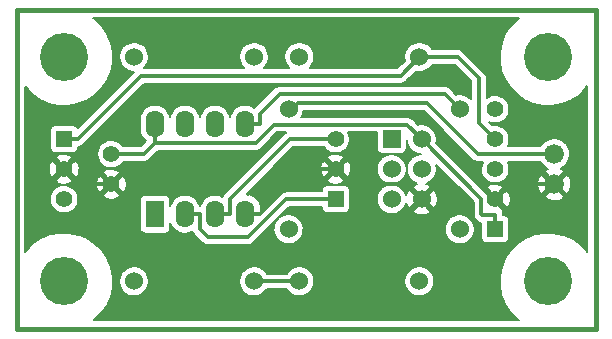
<source format=gtl>
G04 (created by PCBNEW-RS274X (2012-jan-04)-stable) date Sun 25 Mar 2012 06:39:35 PM CEST*
G01*
G70*
G90*
%MOIN*%
G04 Gerber Fmt 3.4, Leading zero omitted, Abs format*
%FSLAX34Y34*%
G04 APERTURE LIST*
%ADD10C,0.008000*%
%ADD11C,0.015000*%
%ADD12C,0.066000*%
%ADD13C,0.160000*%
%ADD14R,0.055000X0.055000*%
%ADD15C,0.055000*%
%ADD16R,0.060000X0.060000*%
%ADD17C,0.060000*%
%ADD18R,0.062000X0.090000*%
%ADD19O,0.062000X0.090000*%
%ADD20C,0.012000*%
G04 APERTURE END LIST*
G54D10*
G54D11*
X38976Y-12795D02*
X19684Y-12795D01*
X38976Y-23425D02*
X38976Y-12795D01*
X19684Y-23425D02*
X38976Y-23425D01*
X19684Y-12795D02*
X19684Y-23425D01*
G54D12*
X37598Y-17610D03*
X37598Y-18610D03*
G54D13*
X21259Y-14370D03*
G54D14*
X35630Y-20110D03*
G54D15*
X35630Y-19110D03*
X35630Y-18110D03*
X35630Y-17110D03*
X35630Y-16110D03*
G54D16*
X32177Y-17110D03*
G54D17*
X33177Y-17110D03*
X32177Y-18110D03*
X33177Y-18110D03*
X32177Y-19110D03*
X33177Y-19110D03*
G54D13*
X37401Y-21850D03*
X37401Y-14370D03*
X21259Y-21850D03*
G54D14*
X21260Y-17110D03*
G54D15*
X21260Y-18110D03*
X21260Y-19110D03*
G54D18*
X24287Y-19610D03*
G54D19*
X25287Y-19610D03*
X26287Y-19610D03*
X27287Y-19610D03*
X27287Y-16610D03*
X26287Y-16610D03*
X25287Y-16610D03*
X24287Y-16610D03*
G54D14*
X30315Y-19110D03*
G54D15*
X30315Y-18110D03*
X30315Y-17110D03*
G54D17*
X34449Y-20110D03*
X34449Y-16110D03*
X27590Y-14370D03*
X23590Y-14370D03*
X33102Y-21850D03*
X29102Y-21850D03*
X23591Y-21850D03*
X27591Y-21850D03*
X33102Y-14370D03*
X29102Y-14370D03*
G54D15*
X22835Y-17610D03*
X22835Y-18610D03*
G54D17*
X28740Y-16110D03*
X28740Y-20110D03*
G54D20*
X28740Y-16110D02*
X28867Y-16110D01*
X35046Y-17610D02*
X37598Y-17610D01*
X35046Y-17610D02*
X33349Y-15913D01*
X29064Y-15913D02*
X33349Y-15913D01*
X28867Y-16110D02*
X29064Y-15913D01*
X32476Y-14996D02*
X33102Y-14370D01*
X21260Y-17110D02*
X21718Y-17110D01*
X33102Y-14370D02*
X34385Y-14370D01*
X21718Y-17110D02*
X23832Y-14996D01*
X23832Y-14996D02*
X32476Y-14996D01*
X34385Y-14370D02*
X35089Y-15074D01*
X35089Y-16569D02*
X35630Y-17110D01*
X35089Y-15074D02*
X35089Y-16569D01*
X25287Y-19610D02*
X25780Y-19610D01*
X25780Y-19610D02*
X25780Y-20103D01*
X25780Y-20103D02*
X26062Y-20385D01*
X26062Y-20385D02*
X27382Y-20385D01*
X28657Y-19110D02*
X30315Y-19110D01*
X27382Y-20385D02*
X28657Y-19110D01*
X28787Y-17110D02*
X30315Y-17110D01*
X26780Y-19117D02*
X28787Y-17110D01*
X26780Y-19610D02*
X26780Y-19117D01*
X26287Y-19610D02*
X26780Y-19610D01*
X21760Y-18610D02*
X21260Y-18110D01*
X27287Y-19610D02*
X27780Y-19610D01*
X22835Y-18610D02*
X21760Y-18610D01*
X30315Y-18110D02*
X30815Y-18610D01*
X32677Y-18610D02*
X33177Y-19110D01*
X30815Y-18610D02*
X32677Y-18610D01*
X29280Y-18110D02*
X30315Y-18110D01*
X27780Y-19610D02*
X29280Y-18110D01*
X36130Y-18610D02*
X35630Y-19110D01*
X37598Y-18610D02*
X36130Y-18610D01*
X27591Y-21850D02*
X29102Y-21850D01*
X27780Y-16264D02*
X28443Y-15601D01*
X27780Y-16610D02*
X27780Y-16264D01*
X33940Y-15601D02*
X34449Y-16110D01*
X28443Y-15601D02*
X33940Y-15601D01*
X27287Y-16610D02*
X27780Y-16610D01*
X24287Y-17243D02*
X27647Y-17243D01*
X27647Y-17243D02*
X28264Y-16626D01*
X28264Y-16626D02*
X32693Y-16626D01*
X32693Y-16626D02*
X33177Y-17110D01*
X22835Y-17610D02*
X23920Y-17610D01*
X23920Y-17610D02*
X24287Y-17243D01*
X24287Y-16610D02*
X24287Y-17243D01*
X35630Y-20110D02*
X35630Y-19652D01*
X35630Y-19652D02*
X35206Y-19652D01*
X35206Y-19652D02*
X35172Y-19618D01*
X35172Y-19618D02*
X35172Y-19105D01*
X35172Y-19105D02*
X33177Y-17110D01*
G54D10*
G36*
X27347Y-19670D02*
X27227Y-19670D01*
X27227Y-19550D01*
X27347Y-19550D01*
X27347Y-19670D01*
X27347Y-19670D01*
G37*
X27347Y-19670D02*
X27227Y-19670D01*
X27227Y-19550D01*
X27347Y-19550D01*
X27347Y-19670D01*
G36*
X38701Y-20868D02*
X38667Y-20818D01*
X38443Y-20591D01*
X38178Y-20413D01*
X38166Y-20407D01*
X38166Y-18574D01*
X38148Y-18464D01*
X38127Y-18408D01*
X38127Y-17558D01*
X38107Y-17456D01*
X38067Y-17360D01*
X38010Y-17274D01*
X37937Y-17200D01*
X37851Y-17142D01*
X37755Y-17102D01*
X37653Y-17081D01*
X37550Y-17081D01*
X37448Y-17100D01*
X37352Y-17139D01*
X37265Y-17196D01*
X37191Y-17268D01*
X37134Y-17350D01*
X36041Y-17350D01*
X36045Y-17345D01*
X36083Y-17260D01*
X36104Y-17169D01*
X36105Y-17063D01*
X36087Y-16972D01*
X36051Y-16886D01*
X36000Y-16808D01*
X35934Y-16742D01*
X35857Y-16690D01*
X35771Y-16654D01*
X35679Y-16635D01*
X35586Y-16635D01*
X35532Y-16644D01*
X35428Y-16540D01*
X35483Y-16564D01*
X35574Y-16584D01*
X35667Y-16586D01*
X35759Y-16570D01*
X35846Y-16536D01*
X35924Y-16486D01*
X35992Y-16422D01*
X36045Y-16345D01*
X36083Y-16260D01*
X36104Y-16169D01*
X36105Y-16063D01*
X36087Y-15972D01*
X36051Y-15886D01*
X36000Y-15808D01*
X35934Y-15742D01*
X35857Y-15690D01*
X35771Y-15654D01*
X35679Y-15635D01*
X35586Y-15635D01*
X35495Y-15652D01*
X35408Y-15687D01*
X35349Y-15726D01*
X35349Y-15076D01*
X35349Y-15074D01*
X35348Y-15066D01*
X35345Y-15025D01*
X35344Y-15023D01*
X35330Y-14977D01*
X35329Y-14975D01*
X35306Y-14930D01*
X35279Y-14899D01*
X35275Y-14893D01*
X35273Y-14891D01*
X35272Y-14890D01*
X34571Y-14188D01*
X34570Y-14187D01*
X34569Y-14186D01*
X34562Y-14180D01*
X34532Y-14155D01*
X34487Y-14131D01*
X34486Y-14130D01*
X34485Y-14130D01*
X34437Y-14115D01*
X34402Y-14111D01*
X34389Y-14110D01*
X34386Y-14110D01*
X34385Y-14110D01*
X33529Y-14110D01*
X33491Y-14052D01*
X33422Y-13983D01*
X33341Y-13928D01*
X33251Y-13890D01*
X33155Y-13870D01*
X33056Y-13870D01*
X32960Y-13888D01*
X32869Y-13925D01*
X32787Y-13978D01*
X32717Y-14047D01*
X32662Y-14128D01*
X32623Y-14218D01*
X32603Y-14314D01*
X32601Y-14412D01*
X32615Y-14488D01*
X32368Y-14736D01*
X29442Y-14736D01*
X29482Y-14698D01*
X29539Y-14618D01*
X29579Y-14529D01*
X29600Y-14433D01*
X29602Y-14321D01*
X29583Y-14225D01*
X29546Y-14134D01*
X29491Y-14052D01*
X29422Y-13983D01*
X29341Y-13928D01*
X29251Y-13890D01*
X29155Y-13870D01*
X29056Y-13870D01*
X28960Y-13888D01*
X28869Y-13925D01*
X28787Y-13978D01*
X28717Y-14047D01*
X28662Y-14128D01*
X28623Y-14218D01*
X28603Y-14314D01*
X28601Y-14412D01*
X28619Y-14508D01*
X28655Y-14600D01*
X28708Y-14682D01*
X28759Y-14736D01*
X27930Y-14736D01*
X27970Y-14698D01*
X28027Y-14618D01*
X28067Y-14529D01*
X28088Y-14433D01*
X28090Y-14321D01*
X28071Y-14225D01*
X28034Y-14134D01*
X27979Y-14052D01*
X27910Y-13983D01*
X27829Y-13928D01*
X27739Y-13890D01*
X27643Y-13870D01*
X27544Y-13870D01*
X27448Y-13888D01*
X27357Y-13925D01*
X27275Y-13978D01*
X27205Y-14047D01*
X27150Y-14128D01*
X27111Y-14218D01*
X27091Y-14314D01*
X27089Y-14412D01*
X27107Y-14508D01*
X27143Y-14600D01*
X27196Y-14682D01*
X27247Y-14736D01*
X23930Y-14736D01*
X23970Y-14698D01*
X24027Y-14618D01*
X24067Y-14529D01*
X24088Y-14433D01*
X24090Y-14321D01*
X24071Y-14225D01*
X24034Y-14134D01*
X23979Y-14052D01*
X23910Y-13983D01*
X23829Y-13928D01*
X23739Y-13890D01*
X23643Y-13870D01*
X23544Y-13870D01*
X23448Y-13888D01*
X23357Y-13925D01*
X23275Y-13978D01*
X23205Y-14047D01*
X23150Y-14128D01*
X23111Y-14218D01*
X23091Y-14314D01*
X23089Y-14412D01*
X23107Y-14508D01*
X23143Y-14600D01*
X23196Y-14682D01*
X23264Y-14753D01*
X23345Y-14809D01*
X23435Y-14848D01*
X23530Y-14869D01*
X23590Y-14870D01*
X21713Y-16746D01*
X21711Y-16741D01*
X21690Y-16708D01*
X21662Y-16681D01*
X21630Y-16659D01*
X21594Y-16644D01*
X21555Y-16636D01*
X21516Y-16636D01*
X20965Y-16636D01*
X20927Y-16644D01*
X20891Y-16659D01*
X20858Y-16680D01*
X20831Y-16708D01*
X20809Y-16740D01*
X20794Y-16776D01*
X20786Y-16815D01*
X20786Y-16854D01*
X20786Y-17405D01*
X20794Y-17443D01*
X20809Y-17479D01*
X20830Y-17512D01*
X20858Y-17539D01*
X20890Y-17561D01*
X20926Y-17576D01*
X20965Y-17584D01*
X21004Y-17584D01*
X21555Y-17584D01*
X21593Y-17576D01*
X21629Y-17561D01*
X21662Y-17540D01*
X21689Y-17512D01*
X21711Y-17480D01*
X21726Y-17444D01*
X21734Y-17405D01*
X21734Y-17368D01*
X21766Y-17366D01*
X21769Y-17365D01*
X21815Y-17351D01*
X21816Y-17350D01*
X21817Y-17350D01*
X21859Y-17328D01*
X21862Y-17327D01*
X21880Y-17311D01*
X21899Y-17297D01*
X21901Y-17294D01*
X21902Y-17294D01*
X23939Y-15256D01*
X32473Y-15256D01*
X32476Y-15256D01*
X32488Y-15254D01*
X32524Y-15252D01*
X32527Y-15251D01*
X32573Y-15237D01*
X32574Y-15236D01*
X32575Y-15236D01*
X32617Y-15214D01*
X32620Y-15213D01*
X32638Y-15197D01*
X32657Y-15183D01*
X32659Y-15180D01*
X32660Y-15180D01*
X32983Y-14856D01*
X33042Y-14869D01*
X33141Y-14871D01*
X33237Y-14854D01*
X33328Y-14818D01*
X33411Y-14766D01*
X33482Y-14698D01*
X33530Y-14630D01*
X34277Y-14630D01*
X34829Y-15181D01*
X34829Y-15783D01*
X34769Y-15723D01*
X34688Y-15668D01*
X34598Y-15630D01*
X34502Y-15610D01*
X34403Y-15610D01*
X34330Y-15623D01*
X34126Y-15419D01*
X34125Y-15418D01*
X34124Y-15417D01*
X34117Y-15411D01*
X34087Y-15386D01*
X34042Y-15362D01*
X34041Y-15361D01*
X34040Y-15361D01*
X33992Y-15346D01*
X33957Y-15342D01*
X33944Y-15341D01*
X33941Y-15341D01*
X33940Y-15341D01*
X28445Y-15341D01*
X28443Y-15341D01*
X28435Y-15341D01*
X28394Y-15345D01*
X28346Y-15360D01*
X28344Y-15360D01*
X28344Y-15361D01*
X28299Y-15384D01*
X28268Y-15410D01*
X28262Y-15415D01*
X28260Y-15417D01*
X28259Y-15418D01*
X27606Y-16069D01*
X27530Y-16018D01*
X27438Y-15979D01*
X27340Y-15959D01*
X27241Y-15959D01*
X27143Y-15977D01*
X27050Y-16015D01*
X26967Y-16069D01*
X26896Y-16139D01*
X26840Y-16221D01*
X26800Y-16313D01*
X26787Y-16375D01*
X26776Y-16319D01*
X26738Y-16227D01*
X26682Y-16144D01*
X26612Y-16074D01*
X26530Y-16018D01*
X26438Y-15979D01*
X26340Y-15959D01*
X26241Y-15959D01*
X26143Y-15977D01*
X26050Y-16015D01*
X25967Y-16069D01*
X25896Y-16139D01*
X25840Y-16221D01*
X25800Y-16313D01*
X25787Y-16375D01*
X25776Y-16319D01*
X25738Y-16227D01*
X25682Y-16144D01*
X25612Y-16074D01*
X25530Y-16018D01*
X25438Y-15979D01*
X25340Y-15959D01*
X25241Y-15959D01*
X25143Y-15977D01*
X25050Y-16015D01*
X24967Y-16069D01*
X24896Y-16139D01*
X24840Y-16221D01*
X24800Y-16313D01*
X24787Y-16375D01*
X24776Y-16319D01*
X24738Y-16227D01*
X24682Y-16144D01*
X24612Y-16074D01*
X24530Y-16018D01*
X24438Y-15979D01*
X24340Y-15959D01*
X24241Y-15959D01*
X24143Y-15977D01*
X24050Y-16015D01*
X23967Y-16069D01*
X23896Y-16139D01*
X23840Y-16221D01*
X23800Y-16313D01*
X23780Y-16410D01*
X23778Y-16510D01*
X23779Y-16803D01*
X23798Y-16901D01*
X23836Y-16993D01*
X23892Y-17076D01*
X23962Y-17146D01*
X23994Y-17167D01*
X23812Y-17350D01*
X23232Y-17350D01*
X23205Y-17308D01*
X23139Y-17242D01*
X23062Y-17190D01*
X22976Y-17154D01*
X22884Y-17135D01*
X22791Y-17135D01*
X22700Y-17152D01*
X22613Y-17187D01*
X22536Y-17238D01*
X22469Y-17304D01*
X22417Y-17380D01*
X22380Y-17466D01*
X22361Y-17557D01*
X22359Y-17650D01*
X22376Y-17742D01*
X22411Y-17829D01*
X22461Y-17907D01*
X22526Y-17974D01*
X22603Y-18027D01*
X22688Y-18064D01*
X22779Y-18084D01*
X22872Y-18086D01*
X22964Y-18070D01*
X23051Y-18036D01*
X23129Y-17986D01*
X23197Y-17922D01*
X23232Y-17870D01*
X23917Y-17870D01*
X23920Y-17870D01*
X23932Y-17868D01*
X23968Y-17866D01*
X23971Y-17865D01*
X24017Y-17851D01*
X24018Y-17850D01*
X24019Y-17850D01*
X24061Y-17828D01*
X24064Y-17827D01*
X24082Y-17811D01*
X24101Y-17797D01*
X24103Y-17794D01*
X24104Y-17794D01*
X24395Y-17503D01*
X27644Y-17503D01*
X27647Y-17503D01*
X27659Y-17501D01*
X27695Y-17499D01*
X27698Y-17498D01*
X27744Y-17484D01*
X27745Y-17483D01*
X27746Y-17483D01*
X27788Y-17461D01*
X27791Y-17460D01*
X27809Y-17444D01*
X27828Y-17430D01*
X27830Y-17427D01*
X27831Y-17427D01*
X28371Y-16886D01*
X28656Y-16886D01*
X28643Y-16893D01*
X28618Y-16914D01*
X28606Y-16924D01*
X28603Y-16926D01*
X26598Y-18931D01*
X26596Y-18933D01*
X26590Y-18939D01*
X26565Y-18970D01*
X26541Y-19015D01*
X26540Y-19015D01*
X26540Y-19017D01*
X26538Y-19023D01*
X26537Y-19023D01*
X26530Y-19018D01*
X26438Y-18979D01*
X26340Y-18959D01*
X26241Y-18959D01*
X26143Y-18977D01*
X26050Y-19015D01*
X25967Y-19069D01*
X25896Y-19139D01*
X25840Y-19221D01*
X25800Y-19313D01*
X25792Y-19350D01*
X25784Y-19350D01*
X25782Y-19350D01*
X25776Y-19319D01*
X25738Y-19227D01*
X25682Y-19144D01*
X25612Y-19074D01*
X25530Y-19018D01*
X25438Y-18979D01*
X25340Y-18959D01*
X25241Y-18959D01*
X25143Y-18977D01*
X25050Y-19015D01*
X24967Y-19069D01*
X24896Y-19139D01*
X24840Y-19221D01*
X24800Y-19313D01*
X24796Y-19332D01*
X24796Y-19140D01*
X24788Y-19102D01*
X24773Y-19066D01*
X24752Y-19033D01*
X24724Y-19006D01*
X24692Y-18984D01*
X24656Y-18969D01*
X24617Y-18961D01*
X24578Y-18961D01*
X23957Y-18961D01*
X23919Y-18969D01*
X23883Y-18984D01*
X23850Y-19005D01*
X23823Y-19033D01*
X23801Y-19065D01*
X23786Y-19101D01*
X23778Y-19140D01*
X23778Y-19179D01*
X23778Y-20080D01*
X23786Y-20118D01*
X23801Y-20154D01*
X23822Y-20187D01*
X23850Y-20214D01*
X23882Y-20236D01*
X23918Y-20251D01*
X23957Y-20259D01*
X23996Y-20259D01*
X24617Y-20259D01*
X24655Y-20251D01*
X24691Y-20236D01*
X24724Y-20215D01*
X24751Y-20187D01*
X24773Y-20155D01*
X24788Y-20119D01*
X24796Y-20080D01*
X24796Y-20041D01*
X24796Y-19890D01*
X24798Y-19901D01*
X24836Y-19993D01*
X24892Y-20076D01*
X24962Y-20146D01*
X25044Y-20202D01*
X25136Y-20241D01*
X25234Y-20261D01*
X25333Y-20261D01*
X25431Y-20243D01*
X25524Y-20205D01*
X25537Y-20196D01*
X25539Y-20200D01*
X25539Y-20201D01*
X25540Y-20202D01*
X25563Y-20247D01*
X25578Y-20265D01*
X25593Y-20284D01*
X25596Y-20287D01*
X25872Y-20562D01*
X25876Y-20567D01*
X25878Y-20568D01*
X25915Y-20600D01*
X25917Y-20601D01*
X25960Y-20624D01*
X25962Y-20624D01*
X25992Y-20634D01*
X26008Y-20639D01*
X26010Y-20640D01*
X26028Y-20641D01*
X26058Y-20645D01*
X26062Y-20645D01*
X27379Y-20645D01*
X27382Y-20645D01*
X27394Y-20643D01*
X27430Y-20641D01*
X27433Y-20640D01*
X27479Y-20626D01*
X27480Y-20625D01*
X27481Y-20625D01*
X27523Y-20603D01*
X27526Y-20602D01*
X27544Y-20586D01*
X27563Y-20572D01*
X27565Y-20569D01*
X27566Y-20569D01*
X28765Y-19370D01*
X29841Y-19370D01*
X29841Y-19405D01*
X29849Y-19443D01*
X29864Y-19479D01*
X29885Y-19512D01*
X29913Y-19539D01*
X29945Y-19561D01*
X29981Y-19576D01*
X30020Y-19584D01*
X30059Y-19584D01*
X30610Y-19584D01*
X30648Y-19576D01*
X30684Y-19561D01*
X30717Y-19540D01*
X30744Y-19512D01*
X30766Y-19480D01*
X30781Y-19444D01*
X30789Y-19405D01*
X30789Y-19366D01*
X30789Y-18815D01*
X30781Y-18777D01*
X30766Y-18741D01*
X30745Y-18708D01*
X30717Y-18681D01*
X30685Y-18659D01*
X30649Y-18644D01*
X30610Y-18636D01*
X30591Y-18636D01*
X30591Y-18471D01*
X30315Y-18195D01*
X30230Y-18280D01*
X30230Y-18110D01*
X29954Y-17834D01*
X29867Y-17858D01*
X29826Y-17949D01*
X29804Y-18048D01*
X29802Y-18148D01*
X29819Y-18247D01*
X29855Y-18341D01*
X29867Y-18362D01*
X29954Y-18386D01*
X30230Y-18110D01*
X30230Y-18280D01*
X30039Y-18471D01*
X30063Y-18558D01*
X30154Y-18599D01*
X30253Y-18621D01*
X30353Y-18623D01*
X30452Y-18606D01*
X30546Y-18570D01*
X30567Y-18558D01*
X30591Y-18471D01*
X30591Y-18636D01*
X30571Y-18636D01*
X30020Y-18636D01*
X29982Y-18644D01*
X29946Y-18659D01*
X29913Y-18680D01*
X29886Y-18708D01*
X29864Y-18740D01*
X29849Y-18776D01*
X29841Y-18815D01*
X29841Y-18850D01*
X28660Y-18850D01*
X28657Y-18850D01*
X28645Y-18851D01*
X28609Y-18854D01*
X28560Y-18869D01*
X28558Y-18869D01*
X28558Y-18870D01*
X28513Y-18893D01*
X28501Y-18902D01*
X28476Y-18923D01*
X28473Y-18926D01*
X27837Y-19562D01*
X27837Y-19550D01*
X27837Y-19510D01*
X27837Y-19460D01*
X27825Y-19353D01*
X27792Y-19251D01*
X27740Y-19157D01*
X27671Y-19075D01*
X27587Y-19008D01*
X27492Y-18959D01*
X27432Y-18940D01*
X27387Y-18963D01*
X27387Y-18920D01*
X27345Y-18920D01*
X28895Y-17370D01*
X29917Y-17370D01*
X29941Y-17407D01*
X30006Y-17474D01*
X30083Y-17527D01*
X30168Y-17564D01*
X30259Y-17584D01*
X30352Y-17586D01*
X30444Y-17570D01*
X30531Y-17536D01*
X30609Y-17486D01*
X30677Y-17422D01*
X30730Y-17345D01*
X30768Y-17260D01*
X30789Y-17169D01*
X30790Y-17063D01*
X30772Y-16972D01*
X30736Y-16886D01*
X31678Y-16886D01*
X31678Y-17430D01*
X31686Y-17468D01*
X31701Y-17504D01*
X31722Y-17537D01*
X31750Y-17564D01*
X31782Y-17586D01*
X31818Y-17601D01*
X31857Y-17609D01*
X31896Y-17609D01*
X32497Y-17609D01*
X32535Y-17601D01*
X32571Y-17586D01*
X32604Y-17565D01*
X32631Y-17537D01*
X32653Y-17505D01*
X32668Y-17469D01*
X32676Y-17430D01*
X32676Y-17391D01*
X32676Y-17152D01*
X32694Y-17248D01*
X32730Y-17340D01*
X32783Y-17422D01*
X32851Y-17493D01*
X32932Y-17549D01*
X33022Y-17588D01*
X33117Y-17609D01*
X33166Y-17610D01*
X33131Y-17610D01*
X33035Y-17628D01*
X32944Y-17665D01*
X32862Y-17718D01*
X32792Y-17787D01*
X32737Y-17868D01*
X32698Y-17958D01*
X32678Y-18054D01*
X32677Y-18061D01*
X32658Y-17965D01*
X32621Y-17874D01*
X32566Y-17792D01*
X32497Y-17723D01*
X32416Y-17668D01*
X32326Y-17630D01*
X32230Y-17610D01*
X32131Y-17610D01*
X32035Y-17628D01*
X31944Y-17665D01*
X31862Y-17718D01*
X31792Y-17787D01*
X31737Y-17868D01*
X31698Y-17958D01*
X31678Y-18054D01*
X31676Y-18152D01*
X31694Y-18248D01*
X31730Y-18340D01*
X31783Y-18422D01*
X31851Y-18493D01*
X31932Y-18549D01*
X32022Y-18588D01*
X32117Y-18609D01*
X32166Y-18610D01*
X32131Y-18610D01*
X32035Y-18628D01*
X31944Y-18665D01*
X31862Y-18718D01*
X31792Y-18787D01*
X31737Y-18868D01*
X31698Y-18958D01*
X31678Y-19054D01*
X31676Y-19152D01*
X31694Y-19248D01*
X31730Y-19340D01*
X31783Y-19422D01*
X31851Y-19493D01*
X31932Y-19549D01*
X32022Y-19588D01*
X32117Y-19609D01*
X32216Y-19611D01*
X32312Y-19594D01*
X32403Y-19558D01*
X32486Y-19506D01*
X32557Y-19438D01*
X32614Y-19358D01*
X32654Y-19269D01*
X32657Y-19252D01*
X32695Y-19349D01*
X32708Y-19377D01*
X32798Y-19404D01*
X33092Y-19110D01*
X32798Y-18816D01*
X32708Y-18843D01*
X32666Y-18940D01*
X32658Y-18965D01*
X32621Y-18874D01*
X32566Y-18792D01*
X32497Y-18723D01*
X32416Y-18668D01*
X32326Y-18630D01*
X32230Y-18610D01*
X32221Y-18610D01*
X32312Y-18594D01*
X32403Y-18558D01*
X32486Y-18506D01*
X32557Y-18438D01*
X32614Y-18358D01*
X32654Y-18269D01*
X32675Y-18173D01*
X32677Y-18061D01*
X32676Y-18152D01*
X32694Y-18248D01*
X32730Y-18340D01*
X32783Y-18422D01*
X32851Y-18493D01*
X32932Y-18549D01*
X33022Y-18588D01*
X33034Y-18590D01*
X32938Y-18628D01*
X32910Y-18641D01*
X32883Y-18731D01*
X33177Y-19025D01*
X33471Y-18731D01*
X33444Y-18641D01*
X33347Y-18599D01*
X33317Y-18591D01*
X33403Y-18558D01*
X33486Y-18506D01*
X33557Y-18438D01*
X33614Y-18358D01*
X33654Y-18269D01*
X33675Y-18173D01*
X33677Y-18061D01*
X33658Y-17965D01*
X33653Y-17954D01*
X34912Y-19213D01*
X34912Y-19615D01*
X34912Y-19618D01*
X34913Y-19630D01*
X34916Y-19666D01*
X34917Y-19669D01*
X34931Y-19715D01*
X34931Y-19716D01*
X34932Y-19717D01*
X34955Y-19762D01*
X34970Y-19780D01*
X34985Y-19799D01*
X34988Y-19802D01*
X35020Y-19834D01*
X35022Y-19836D01*
X35028Y-19841D01*
X35059Y-19867D01*
X35062Y-19868D01*
X35104Y-19891D01*
X35106Y-19892D01*
X35152Y-19906D01*
X35154Y-19907D01*
X35156Y-19907D01*
X35156Y-20405D01*
X35164Y-20443D01*
X35179Y-20479D01*
X35200Y-20512D01*
X35228Y-20539D01*
X35260Y-20561D01*
X35296Y-20576D01*
X35335Y-20584D01*
X35374Y-20584D01*
X35925Y-20584D01*
X35963Y-20576D01*
X35999Y-20561D01*
X36032Y-20540D01*
X36059Y-20512D01*
X36081Y-20480D01*
X36096Y-20444D01*
X36104Y-20405D01*
X36104Y-20366D01*
X36104Y-19815D01*
X36096Y-19777D01*
X36081Y-19741D01*
X36060Y-19708D01*
X36032Y-19681D01*
X36000Y-19659D01*
X35964Y-19644D01*
X35925Y-19636D01*
X35888Y-19636D01*
X35885Y-19603D01*
X35885Y-19601D01*
X35876Y-19573D01*
X35873Y-19563D01*
X35873Y-19562D01*
X35882Y-19558D01*
X35906Y-19471D01*
X35658Y-19223D01*
X35630Y-19195D01*
X35545Y-19110D01*
X35517Y-19082D01*
X35356Y-18921D01*
X35269Y-18834D01*
X33662Y-17227D01*
X33675Y-17173D01*
X33677Y-17061D01*
X33658Y-16965D01*
X33621Y-16874D01*
X33566Y-16792D01*
X33497Y-16723D01*
X33416Y-16668D01*
X33326Y-16630D01*
X33230Y-16610D01*
X33131Y-16610D01*
X33058Y-16623D01*
X32879Y-16444D01*
X32877Y-16442D01*
X32870Y-16436D01*
X32840Y-16411D01*
X32795Y-16387D01*
X32794Y-16386D01*
X32793Y-16386D01*
X32745Y-16371D01*
X32710Y-16367D01*
X32697Y-16366D01*
X32694Y-16366D01*
X32693Y-16366D01*
X29171Y-16366D01*
X29177Y-16358D01*
X29217Y-16269D01*
X29238Y-16173D01*
X33241Y-16173D01*
X34856Y-17787D01*
X34860Y-17792D01*
X34862Y-17793D01*
X34899Y-17825D01*
X34901Y-17826D01*
X34944Y-17849D01*
X34946Y-17849D01*
X34976Y-17859D01*
X34992Y-17864D01*
X34994Y-17865D01*
X35012Y-17866D01*
X35042Y-17870D01*
X35046Y-17870D01*
X35218Y-17870D01*
X35212Y-17880D01*
X35175Y-17966D01*
X35156Y-18057D01*
X35154Y-18150D01*
X35171Y-18242D01*
X35206Y-18329D01*
X35256Y-18407D01*
X35321Y-18474D01*
X35398Y-18527D01*
X35483Y-18564D01*
X35574Y-18584D01*
X35667Y-18586D01*
X35759Y-18570D01*
X35846Y-18536D01*
X35924Y-18486D01*
X35992Y-18422D01*
X36045Y-18345D01*
X36083Y-18260D01*
X36104Y-18169D01*
X36105Y-18063D01*
X36087Y-17972D01*
X36051Y-17886D01*
X36040Y-17870D01*
X37136Y-17870D01*
X37182Y-17940D01*
X37254Y-18015D01*
X37339Y-18074D01*
X37373Y-18089D01*
X37348Y-18099D01*
X37314Y-18116D01*
X37283Y-18210D01*
X37598Y-18525D01*
X37913Y-18210D01*
X37882Y-18116D01*
X37823Y-18089D01*
X37838Y-18084D01*
X37925Y-18029D01*
X38000Y-17957D01*
X38060Y-17872D01*
X38102Y-17778D01*
X38125Y-17676D01*
X38127Y-17558D01*
X38127Y-18408D01*
X38109Y-18360D01*
X38092Y-18326D01*
X37998Y-18295D01*
X37683Y-18610D01*
X37998Y-18925D01*
X38092Y-18894D01*
X38138Y-18793D01*
X38162Y-18685D01*
X38166Y-18574D01*
X38166Y-20407D01*
X37913Y-20300D01*
X37913Y-19010D01*
X37598Y-18695D01*
X37513Y-18780D01*
X37513Y-18610D01*
X37198Y-18295D01*
X37104Y-18326D01*
X37058Y-18427D01*
X37034Y-18535D01*
X37030Y-18646D01*
X37048Y-18756D01*
X37087Y-18860D01*
X37104Y-18894D01*
X37198Y-18925D01*
X37513Y-18610D01*
X37513Y-18780D01*
X37283Y-19010D01*
X37314Y-19104D01*
X37415Y-19150D01*
X37523Y-19174D01*
X37634Y-19178D01*
X37744Y-19160D01*
X37848Y-19121D01*
X37882Y-19104D01*
X37913Y-19010D01*
X37913Y-20300D01*
X37885Y-20289D01*
X37572Y-20225D01*
X37253Y-20223D01*
X36940Y-20283D01*
X36644Y-20402D01*
X36378Y-20576D01*
X36150Y-20800D01*
X36143Y-20810D01*
X36143Y-19072D01*
X36126Y-18973D01*
X36090Y-18879D01*
X36078Y-18858D01*
X35991Y-18834D01*
X35906Y-18919D01*
X35906Y-18749D01*
X35882Y-18662D01*
X35791Y-18621D01*
X35692Y-18599D01*
X35592Y-18597D01*
X35493Y-18614D01*
X35399Y-18650D01*
X35378Y-18662D01*
X35354Y-18749D01*
X35630Y-19025D01*
X35906Y-18749D01*
X35906Y-18919D01*
X35715Y-19110D01*
X35991Y-19386D01*
X36078Y-19362D01*
X36119Y-19271D01*
X36141Y-19172D01*
X36143Y-19072D01*
X36143Y-20810D01*
X35970Y-21063D01*
X35844Y-21356D01*
X35777Y-21667D01*
X35773Y-21986D01*
X35830Y-22300D01*
X35948Y-22596D01*
X36120Y-22864D01*
X36342Y-23094D01*
X36422Y-23150D01*
X34949Y-23150D01*
X34949Y-20061D01*
X34930Y-19965D01*
X34893Y-19874D01*
X34838Y-19792D01*
X34769Y-19723D01*
X34688Y-19668D01*
X34598Y-19630D01*
X34502Y-19610D01*
X34403Y-19610D01*
X34307Y-19628D01*
X34216Y-19665D01*
X34134Y-19718D01*
X34064Y-19787D01*
X34009Y-19868D01*
X33970Y-19958D01*
X33950Y-20054D01*
X33948Y-20152D01*
X33966Y-20248D01*
X34002Y-20340D01*
X34055Y-20422D01*
X34123Y-20493D01*
X34204Y-20549D01*
X34294Y-20588D01*
X34389Y-20609D01*
X34488Y-20611D01*
X34584Y-20594D01*
X34675Y-20558D01*
X34758Y-20506D01*
X34829Y-20438D01*
X34886Y-20358D01*
X34926Y-20269D01*
X34947Y-20173D01*
X34949Y-20061D01*
X34949Y-23150D01*
X33714Y-23150D01*
X33714Y-19073D01*
X33697Y-18969D01*
X33659Y-18871D01*
X33646Y-18843D01*
X33556Y-18816D01*
X33262Y-19110D01*
X33556Y-19404D01*
X33646Y-19377D01*
X33688Y-19280D01*
X33712Y-19178D01*
X33714Y-19073D01*
X33714Y-23150D01*
X33602Y-23150D01*
X33602Y-21801D01*
X33583Y-21705D01*
X33546Y-21614D01*
X33491Y-21532D01*
X33471Y-21512D01*
X33471Y-19489D01*
X33177Y-19195D01*
X32883Y-19489D01*
X32910Y-19579D01*
X33007Y-19621D01*
X33109Y-19645D01*
X33214Y-19647D01*
X33318Y-19630D01*
X33416Y-19592D01*
X33444Y-19579D01*
X33471Y-19489D01*
X33471Y-21512D01*
X33422Y-21463D01*
X33341Y-21408D01*
X33251Y-21370D01*
X33155Y-21350D01*
X33056Y-21350D01*
X32960Y-21368D01*
X32869Y-21405D01*
X32787Y-21458D01*
X32717Y-21527D01*
X32662Y-21608D01*
X32623Y-21698D01*
X32603Y-21794D01*
X32601Y-21892D01*
X32619Y-21988D01*
X32655Y-22080D01*
X32708Y-22162D01*
X32776Y-22233D01*
X32857Y-22289D01*
X32947Y-22328D01*
X33042Y-22349D01*
X33141Y-22351D01*
X33237Y-22334D01*
X33328Y-22298D01*
X33411Y-22246D01*
X33482Y-22178D01*
X33539Y-22098D01*
X33579Y-22009D01*
X33600Y-21913D01*
X33602Y-21801D01*
X33602Y-23150D01*
X30828Y-23150D01*
X30828Y-18072D01*
X30811Y-17973D01*
X30775Y-17879D01*
X30763Y-17858D01*
X30676Y-17834D01*
X30591Y-17919D01*
X30591Y-17749D01*
X30567Y-17662D01*
X30476Y-17621D01*
X30377Y-17599D01*
X30277Y-17597D01*
X30178Y-17614D01*
X30084Y-17650D01*
X30063Y-17662D01*
X30039Y-17749D01*
X30315Y-18025D01*
X30591Y-17749D01*
X30591Y-17919D01*
X30400Y-18110D01*
X30676Y-18386D01*
X30763Y-18362D01*
X30804Y-18271D01*
X30826Y-18172D01*
X30828Y-18072D01*
X30828Y-23150D01*
X29602Y-23150D01*
X29602Y-21801D01*
X29583Y-21705D01*
X29546Y-21614D01*
X29491Y-21532D01*
X29422Y-21463D01*
X29341Y-21408D01*
X29251Y-21370D01*
X29240Y-21367D01*
X29240Y-20061D01*
X29221Y-19965D01*
X29184Y-19874D01*
X29129Y-19792D01*
X29060Y-19723D01*
X28979Y-19668D01*
X28889Y-19630D01*
X28793Y-19610D01*
X28694Y-19610D01*
X28598Y-19628D01*
X28507Y-19665D01*
X28425Y-19718D01*
X28355Y-19787D01*
X28300Y-19868D01*
X28261Y-19958D01*
X28241Y-20054D01*
X28239Y-20152D01*
X28257Y-20248D01*
X28293Y-20340D01*
X28346Y-20422D01*
X28414Y-20493D01*
X28495Y-20549D01*
X28585Y-20588D01*
X28680Y-20609D01*
X28779Y-20611D01*
X28875Y-20594D01*
X28966Y-20558D01*
X29049Y-20506D01*
X29120Y-20438D01*
X29177Y-20358D01*
X29217Y-20269D01*
X29238Y-20173D01*
X29240Y-20061D01*
X29240Y-21367D01*
X29155Y-21350D01*
X29056Y-21350D01*
X28960Y-21368D01*
X28869Y-21405D01*
X28787Y-21458D01*
X28717Y-21527D01*
X28674Y-21590D01*
X28018Y-21590D01*
X27980Y-21532D01*
X27911Y-21463D01*
X27830Y-21408D01*
X27740Y-21370D01*
X27644Y-21350D01*
X27545Y-21350D01*
X27449Y-21368D01*
X27358Y-21405D01*
X27276Y-21458D01*
X27206Y-21527D01*
X27151Y-21608D01*
X27112Y-21698D01*
X27092Y-21794D01*
X27090Y-21892D01*
X27108Y-21988D01*
X27144Y-22080D01*
X27197Y-22162D01*
X27265Y-22233D01*
X27346Y-22289D01*
X27436Y-22328D01*
X27531Y-22349D01*
X27630Y-22351D01*
X27726Y-22334D01*
X27817Y-22298D01*
X27900Y-22246D01*
X27971Y-22178D01*
X28019Y-22110D01*
X28674Y-22110D01*
X28708Y-22162D01*
X28776Y-22233D01*
X28857Y-22289D01*
X28947Y-22328D01*
X29042Y-22349D01*
X29141Y-22351D01*
X29237Y-22334D01*
X29328Y-22298D01*
X29411Y-22246D01*
X29482Y-22178D01*
X29539Y-22098D01*
X29579Y-22009D01*
X29600Y-21913D01*
X29602Y-21801D01*
X29602Y-23150D01*
X24091Y-23150D01*
X24091Y-21801D01*
X24072Y-21705D01*
X24035Y-21614D01*
X23980Y-21532D01*
X23911Y-21463D01*
X23830Y-21408D01*
X23740Y-21370D01*
X23644Y-21350D01*
X23545Y-21350D01*
X23449Y-21368D01*
X23358Y-21405D01*
X23348Y-21411D01*
X23348Y-18572D01*
X23331Y-18473D01*
X23295Y-18379D01*
X23283Y-18358D01*
X23196Y-18334D01*
X23111Y-18419D01*
X23111Y-18249D01*
X23087Y-18162D01*
X22996Y-18121D01*
X22897Y-18099D01*
X22797Y-18097D01*
X22698Y-18114D01*
X22604Y-18150D01*
X22583Y-18162D01*
X22559Y-18249D01*
X22835Y-18525D01*
X23111Y-18249D01*
X23111Y-18419D01*
X22920Y-18610D01*
X23196Y-18886D01*
X23283Y-18862D01*
X23324Y-18771D01*
X23346Y-18672D01*
X23348Y-18572D01*
X23348Y-21411D01*
X23276Y-21458D01*
X23206Y-21527D01*
X23151Y-21608D01*
X23112Y-21698D01*
X23111Y-21702D01*
X23111Y-18971D01*
X22835Y-18695D01*
X22750Y-18780D01*
X22750Y-18610D01*
X22474Y-18334D01*
X22387Y-18358D01*
X22346Y-18449D01*
X22324Y-18548D01*
X22322Y-18648D01*
X22339Y-18747D01*
X22375Y-18841D01*
X22387Y-18862D01*
X22474Y-18886D01*
X22750Y-18610D01*
X22750Y-18780D01*
X22559Y-18971D01*
X22583Y-19058D01*
X22674Y-19099D01*
X22773Y-19121D01*
X22873Y-19123D01*
X22972Y-19106D01*
X23066Y-19070D01*
X23087Y-19058D01*
X23111Y-18971D01*
X23111Y-21702D01*
X23092Y-21794D01*
X23090Y-21892D01*
X23108Y-21988D01*
X23144Y-22080D01*
X23197Y-22162D01*
X23265Y-22233D01*
X23346Y-22289D01*
X23436Y-22328D01*
X23531Y-22349D01*
X23630Y-22351D01*
X23726Y-22334D01*
X23817Y-22298D01*
X23900Y-22246D01*
X23971Y-22178D01*
X24028Y-22098D01*
X24068Y-22009D01*
X24089Y-21913D01*
X24091Y-21801D01*
X24091Y-23150D01*
X22245Y-23150D01*
X22265Y-23138D01*
X22495Y-22918D01*
X22679Y-22657D01*
X22809Y-22366D01*
X22880Y-22055D01*
X22885Y-21691D01*
X22823Y-21378D01*
X22702Y-21083D01*
X22525Y-20818D01*
X22301Y-20591D01*
X22036Y-20413D01*
X21773Y-20301D01*
X21773Y-18072D01*
X21756Y-17973D01*
X21720Y-17879D01*
X21708Y-17858D01*
X21621Y-17834D01*
X21536Y-17919D01*
X21536Y-17749D01*
X21512Y-17662D01*
X21421Y-17621D01*
X21322Y-17599D01*
X21222Y-17597D01*
X21123Y-17614D01*
X21029Y-17650D01*
X21008Y-17662D01*
X20984Y-17749D01*
X21260Y-18025D01*
X21536Y-17749D01*
X21536Y-17919D01*
X21345Y-18110D01*
X21621Y-18386D01*
X21708Y-18362D01*
X21749Y-18271D01*
X21771Y-18172D01*
X21773Y-18072D01*
X21773Y-20301D01*
X21743Y-20289D01*
X21735Y-20287D01*
X21735Y-19063D01*
X21717Y-18972D01*
X21681Y-18886D01*
X21630Y-18808D01*
X21564Y-18742D01*
X21536Y-18723D01*
X21536Y-18471D01*
X21260Y-18195D01*
X21175Y-18280D01*
X21175Y-18110D01*
X20899Y-17834D01*
X20812Y-17858D01*
X20771Y-17949D01*
X20749Y-18048D01*
X20747Y-18148D01*
X20764Y-18247D01*
X20800Y-18341D01*
X20812Y-18362D01*
X20899Y-18386D01*
X21175Y-18110D01*
X21175Y-18280D01*
X20984Y-18471D01*
X21008Y-18558D01*
X21099Y-18599D01*
X21198Y-18621D01*
X21298Y-18623D01*
X21397Y-18606D01*
X21491Y-18570D01*
X21512Y-18558D01*
X21536Y-18471D01*
X21536Y-18723D01*
X21487Y-18690D01*
X21401Y-18654D01*
X21309Y-18635D01*
X21216Y-18635D01*
X21125Y-18652D01*
X21038Y-18687D01*
X20961Y-18738D01*
X20894Y-18804D01*
X20842Y-18880D01*
X20805Y-18966D01*
X20786Y-19057D01*
X20784Y-19150D01*
X20801Y-19242D01*
X20836Y-19329D01*
X20886Y-19407D01*
X20951Y-19474D01*
X21028Y-19527D01*
X21113Y-19564D01*
X21204Y-19584D01*
X21297Y-19586D01*
X21389Y-19570D01*
X21476Y-19536D01*
X21554Y-19486D01*
X21622Y-19422D01*
X21675Y-19345D01*
X21713Y-19260D01*
X21734Y-19169D01*
X21735Y-19063D01*
X21735Y-20287D01*
X21430Y-20225D01*
X21111Y-20223D01*
X20798Y-20283D01*
X20502Y-20402D01*
X20236Y-20576D01*
X20008Y-20800D01*
X19959Y-20871D01*
X19959Y-15354D01*
X19978Y-15384D01*
X20200Y-15614D01*
X20462Y-15796D01*
X20754Y-15924D01*
X21065Y-15992D01*
X21384Y-15999D01*
X21698Y-15944D01*
X21995Y-15828D01*
X22265Y-15658D01*
X22495Y-15438D01*
X22679Y-15177D01*
X22809Y-14886D01*
X22880Y-14575D01*
X22885Y-14211D01*
X22823Y-13898D01*
X22702Y-13603D01*
X22525Y-13338D01*
X22301Y-13111D01*
X22239Y-13070D01*
X36417Y-13070D01*
X36378Y-13096D01*
X36150Y-13320D01*
X35970Y-13583D01*
X35844Y-13876D01*
X35777Y-14187D01*
X35773Y-14506D01*
X35830Y-14820D01*
X35948Y-15116D01*
X36120Y-15384D01*
X36342Y-15614D01*
X36604Y-15796D01*
X36896Y-15924D01*
X37207Y-15992D01*
X37526Y-15999D01*
X37840Y-15944D01*
X38137Y-15828D01*
X38407Y-15658D01*
X38637Y-15438D01*
X38701Y-15347D01*
X38701Y-20868D01*
X38701Y-20868D01*
G37*
X38701Y-20868D02*
X38667Y-20818D01*
X38443Y-20591D01*
X38178Y-20413D01*
X38166Y-20407D01*
X38166Y-18574D01*
X38148Y-18464D01*
X38127Y-18408D01*
X38127Y-17558D01*
X38107Y-17456D01*
X38067Y-17360D01*
X38010Y-17274D01*
X37937Y-17200D01*
X37851Y-17142D01*
X37755Y-17102D01*
X37653Y-17081D01*
X37550Y-17081D01*
X37448Y-17100D01*
X37352Y-17139D01*
X37265Y-17196D01*
X37191Y-17268D01*
X37134Y-17350D01*
X36041Y-17350D01*
X36045Y-17345D01*
X36083Y-17260D01*
X36104Y-17169D01*
X36105Y-17063D01*
X36087Y-16972D01*
X36051Y-16886D01*
X36000Y-16808D01*
X35934Y-16742D01*
X35857Y-16690D01*
X35771Y-16654D01*
X35679Y-16635D01*
X35586Y-16635D01*
X35532Y-16644D01*
X35428Y-16540D01*
X35483Y-16564D01*
X35574Y-16584D01*
X35667Y-16586D01*
X35759Y-16570D01*
X35846Y-16536D01*
X35924Y-16486D01*
X35992Y-16422D01*
X36045Y-16345D01*
X36083Y-16260D01*
X36104Y-16169D01*
X36105Y-16063D01*
X36087Y-15972D01*
X36051Y-15886D01*
X36000Y-15808D01*
X35934Y-15742D01*
X35857Y-15690D01*
X35771Y-15654D01*
X35679Y-15635D01*
X35586Y-15635D01*
X35495Y-15652D01*
X35408Y-15687D01*
X35349Y-15726D01*
X35349Y-15076D01*
X35349Y-15074D01*
X35348Y-15066D01*
X35345Y-15025D01*
X35344Y-15023D01*
X35330Y-14977D01*
X35329Y-14975D01*
X35306Y-14930D01*
X35279Y-14899D01*
X35275Y-14893D01*
X35273Y-14891D01*
X35272Y-14890D01*
X34571Y-14188D01*
X34570Y-14187D01*
X34569Y-14186D01*
X34562Y-14180D01*
X34532Y-14155D01*
X34487Y-14131D01*
X34486Y-14130D01*
X34485Y-14130D01*
X34437Y-14115D01*
X34402Y-14111D01*
X34389Y-14110D01*
X34386Y-14110D01*
X34385Y-14110D01*
X33529Y-14110D01*
X33491Y-14052D01*
X33422Y-13983D01*
X33341Y-13928D01*
X33251Y-13890D01*
X33155Y-13870D01*
X33056Y-13870D01*
X32960Y-13888D01*
X32869Y-13925D01*
X32787Y-13978D01*
X32717Y-14047D01*
X32662Y-14128D01*
X32623Y-14218D01*
X32603Y-14314D01*
X32601Y-14412D01*
X32615Y-14488D01*
X32368Y-14736D01*
X29442Y-14736D01*
X29482Y-14698D01*
X29539Y-14618D01*
X29579Y-14529D01*
X29600Y-14433D01*
X29602Y-14321D01*
X29583Y-14225D01*
X29546Y-14134D01*
X29491Y-14052D01*
X29422Y-13983D01*
X29341Y-13928D01*
X29251Y-13890D01*
X29155Y-13870D01*
X29056Y-13870D01*
X28960Y-13888D01*
X28869Y-13925D01*
X28787Y-13978D01*
X28717Y-14047D01*
X28662Y-14128D01*
X28623Y-14218D01*
X28603Y-14314D01*
X28601Y-14412D01*
X28619Y-14508D01*
X28655Y-14600D01*
X28708Y-14682D01*
X28759Y-14736D01*
X27930Y-14736D01*
X27970Y-14698D01*
X28027Y-14618D01*
X28067Y-14529D01*
X28088Y-14433D01*
X28090Y-14321D01*
X28071Y-14225D01*
X28034Y-14134D01*
X27979Y-14052D01*
X27910Y-13983D01*
X27829Y-13928D01*
X27739Y-13890D01*
X27643Y-13870D01*
X27544Y-13870D01*
X27448Y-13888D01*
X27357Y-13925D01*
X27275Y-13978D01*
X27205Y-14047D01*
X27150Y-14128D01*
X27111Y-14218D01*
X27091Y-14314D01*
X27089Y-14412D01*
X27107Y-14508D01*
X27143Y-14600D01*
X27196Y-14682D01*
X27247Y-14736D01*
X23930Y-14736D01*
X23970Y-14698D01*
X24027Y-14618D01*
X24067Y-14529D01*
X24088Y-14433D01*
X24090Y-14321D01*
X24071Y-14225D01*
X24034Y-14134D01*
X23979Y-14052D01*
X23910Y-13983D01*
X23829Y-13928D01*
X23739Y-13890D01*
X23643Y-13870D01*
X23544Y-13870D01*
X23448Y-13888D01*
X23357Y-13925D01*
X23275Y-13978D01*
X23205Y-14047D01*
X23150Y-14128D01*
X23111Y-14218D01*
X23091Y-14314D01*
X23089Y-14412D01*
X23107Y-14508D01*
X23143Y-14600D01*
X23196Y-14682D01*
X23264Y-14753D01*
X23345Y-14809D01*
X23435Y-14848D01*
X23530Y-14869D01*
X23590Y-14870D01*
X21713Y-16746D01*
X21711Y-16741D01*
X21690Y-16708D01*
X21662Y-16681D01*
X21630Y-16659D01*
X21594Y-16644D01*
X21555Y-16636D01*
X21516Y-16636D01*
X20965Y-16636D01*
X20927Y-16644D01*
X20891Y-16659D01*
X20858Y-16680D01*
X20831Y-16708D01*
X20809Y-16740D01*
X20794Y-16776D01*
X20786Y-16815D01*
X20786Y-16854D01*
X20786Y-17405D01*
X20794Y-17443D01*
X20809Y-17479D01*
X20830Y-17512D01*
X20858Y-17539D01*
X20890Y-17561D01*
X20926Y-17576D01*
X20965Y-17584D01*
X21004Y-17584D01*
X21555Y-17584D01*
X21593Y-17576D01*
X21629Y-17561D01*
X21662Y-17540D01*
X21689Y-17512D01*
X21711Y-17480D01*
X21726Y-17444D01*
X21734Y-17405D01*
X21734Y-17368D01*
X21766Y-17366D01*
X21769Y-17365D01*
X21815Y-17351D01*
X21816Y-17350D01*
X21817Y-17350D01*
X21859Y-17328D01*
X21862Y-17327D01*
X21880Y-17311D01*
X21899Y-17297D01*
X21901Y-17294D01*
X21902Y-17294D01*
X23939Y-15256D01*
X32473Y-15256D01*
X32476Y-15256D01*
X32488Y-15254D01*
X32524Y-15252D01*
X32527Y-15251D01*
X32573Y-15237D01*
X32574Y-15236D01*
X32575Y-15236D01*
X32617Y-15214D01*
X32620Y-15213D01*
X32638Y-15197D01*
X32657Y-15183D01*
X32659Y-15180D01*
X32660Y-15180D01*
X32983Y-14856D01*
X33042Y-14869D01*
X33141Y-14871D01*
X33237Y-14854D01*
X33328Y-14818D01*
X33411Y-14766D01*
X33482Y-14698D01*
X33530Y-14630D01*
X34277Y-14630D01*
X34829Y-15181D01*
X34829Y-15783D01*
X34769Y-15723D01*
X34688Y-15668D01*
X34598Y-15630D01*
X34502Y-15610D01*
X34403Y-15610D01*
X34330Y-15623D01*
X34126Y-15419D01*
X34125Y-15418D01*
X34124Y-15417D01*
X34117Y-15411D01*
X34087Y-15386D01*
X34042Y-15362D01*
X34041Y-15361D01*
X34040Y-15361D01*
X33992Y-15346D01*
X33957Y-15342D01*
X33944Y-15341D01*
X33941Y-15341D01*
X33940Y-15341D01*
X28445Y-15341D01*
X28443Y-15341D01*
X28435Y-15341D01*
X28394Y-15345D01*
X28346Y-15360D01*
X28344Y-15360D01*
X28344Y-15361D01*
X28299Y-15384D01*
X28268Y-15410D01*
X28262Y-15415D01*
X28260Y-15417D01*
X28259Y-15418D01*
X27606Y-16069D01*
X27530Y-16018D01*
X27438Y-15979D01*
X27340Y-15959D01*
X27241Y-15959D01*
X27143Y-15977D01*
X27050Y-16015D01*
X26967Y-16069D01*
X26896Y-16139D01*
X26840Y-16221D01*
X26800Y-16313D01*
X26787Y-16375D01*
X26776Y-16319D01*
X26738Y-16227D01*
X26682Y-16144D01*
X26612Y-16074D01*
X26530Y-16018D01*
X26438Y-15979D01*
X26340Y-15959D01*
X26241Y-15959D01*
X26143Y-15977D01*
X26050Y-16015D01*
X25967Y-16069D01*
X25896Y-16139D01*
X25840Y-16221D01*
X25800Y-16313D01*
X25787Y-16375D01*
X25776Y-16319D01*
X25738Y-16227D01*
X25682Y-16144D01*
X25612Y-16074D01*
X25530Y-16018D01*
X25438Y-15979D01*
X25340Y-15959D01*
X25241Y-15959D01*
X25143Y-15977D01*
X25050Y-16015D01*
X24967Y-16069D01*
X24896Y-16139D01*
X24840Y-16221D01*
X24800Y-16313D01*
X24787Y-16375D01*
X24776Y-16319D01*
X24738Y-16227D01*
X24682Y-16144D01*
X24612Y-16074D01*
X24530Y-16018D01*
X24438Y-15979D01*
X24340Y-15959D01*
X24241Y-15959D01*
X24143Y-15977D01*
X24050Y-16015D01*
X23967Y-16069D01*
X23896Y-16139D01*
X23840Y-16221D01*
X23800Y-16313D01*
X23780Y-16410D01*
X23778Y-16510D01*
X23779Y-16803D01*
X23798Y-16901D01*
X23836Y-16993D01*
X23892Y-17076D01*
X23962Y-17146D01*
X23994Y-17167D01*
X23812Y-17350D01*
X23232Y-17350D01*
X23205Y-17308D01*
X23139Y-17242D01*
X23062Y-17190D01*
X22976Y-17154D01*
X22884Y-17135D01*
X22791Y-17135D01*
X22700Y-17152D01*
X22613Y-17187D01*
X22536Y-17238D01*
X22469Y-17304D01*
X22417Y-17380D01*
X22380Y-17466D01*
X22361Y-17557D01*
X22359Y-17650D01*
X22376Y-17742D01*
X22411Y-17829D01*
X22461Y-17907D01*
X22526Y-17974D01*
X22603Y-18027D01*
X22688Y-18064D01*
X22779Y-18084D01*
X22872Y-18086D01*
X22964Y-18070D01*
X23051Y-18036D01*
X23129Y-17986D01*
X23197Y-17922D01*
X23232Y-17870D01*
X23917Y-17870D01*
X23920Y-17870D01*
X23932Y-17868D01*
X23968Y-17866D01*
X23971Y-17865D01*
X24017Y-17851D01*
X24018Y-17850D01*
X24019Y-17850D01*
X24061Y-17828D01*
X24064Y-17827D01*
X24082Y-17811D01*
X24101Y-17797D01*
X24103Y-17794D01*
X24104Y-17794D01*
X24395Y-17503D01*
X27644Y-17503D01*
X27647Y-17503D01*
X27659Y-17501D01*
X27695Y-17499D01*
X27698Y-17498D01*
X27744Y-17484D01*
X27745Y-17483D01*
X27746Y-17483D01*
X27788Y-17461D01*
X27791Y-17460D01*
X27809Y-17444D01*
X27828Y-17430D01*
X27830Y-17427D01*
X27831Y-17427D01*
X28371Y-16886D01*
X28656Y-16886D01*
X28643Y-16893D01*
X28618Y-16914D01*
X28606Y-16924D01*
X28603Y-16926D01*
X26598Y-18931D01*
X26596Y-18933D01*
X26590Y-18939D01*
X26565Y-18970D01*
X26541Y-19015D01*
X26540Y-19015D01*
X26540Y-19017D01*
X26538Y-19023D01*
X26537Y-19023D01*
X26530Y-19018D01*
X26438Y-18979D01*
X26340Y-18959D01*
X26241Y-18959D01*
X26143Y-18977D01*
X26050Y-19015D01*
X25967Y-19069D01*
X25896Y-19139D01*
X25840Y-19221D01*
X25800Y-19313D01*
X25792Y-19350D01*
X25784Y-19350D01*
X25782Y-19350D01*
X25776Y-19319D01*
X25738Y-19227D01*
X25682Y-19144D01*
X25612Y-19074D01*
X25530Y-19018D01*
X25438Y-18979D01*
X25340Y-18959D01*
X25241Y-18959D01*
X25143Y-18977D01*
X25050Y-19015D01*
X24967Y-19069D01*
X24896Y-19139D01*
X24840Y-19221D01*
X24800Y-19313D01*
X24796Y-19332D01*
X24796Y-19140D01*
X24788Y-19102D01*
X24773Y-19066D01*
X24752Y-19033D01*
X24724Y-19006D01*
X24692Y-18984D01*
X24656Y-18969D01*
X24617Y-18961D01*
X24578Y-18961D01*
X23957Y-18961D01*
X23919Y-18969D01*
X23883Y-18984D01*
X23850Y-19005D01*
X23823Y-19033D01*
X23801Y-19065D01*
X23786Y-19101D01*
X23778Y-19140D01*
X23778Y-19179D01*
X23778Y-20080D01*
X23786Y-20118D01*
X23801Y-20154D01*
X23822Y-20187D01*
X23850Y-20214D01*
X23882Y-20236D01*
X23918Y-20251D01*
X23957Y-20259D01*
X23996Y-20259D01*
X24617Y-20259D01*
X24655Y-20251D01*
X24691Y-20236D01*
X24724Y-20215D01*
X24751Y-20187D01*
X24773Y-20155D01*
X24788Y-20119D01*
X24796Y-20080D01*
X24796Y-20041D01*
X24796Y-19890D01*
X24798Y-19901D01*
X24836Y-19993D01*
X24892Y-20076D01*
X24962Y-20146D01*
X25044Y-20202D01*
X25136Y-20241D01*
X25234Y-20261D01*
X25333Y-20261D01*
X25431Y-20243D01*
X25524Y-20205D01*
X25537Y-20196D01*
X25539Y-20200D01*
X25539Y-20201D01*
X25540Y-20202D01*
X25563Y-20247D01*
X25578Y-20265D01*
X25593Y-20284D01*
X25596Y-20287D01*
X25872Y-20562D01*
X25876Y-20567D01*
X25878Y-20568D01*
X25915Y-20600D01*
X25917Y-20601D01*
X25960Y-20624D01*
X25962Y-20624D01*
X25992Y-20634D01*
X26008Y-20639D01*
X26010Y-20640D01*
X26028Y-20641D01*
X26058Y-20645D01*
X26062Y-20645D01*
X27379Y-20645D01*
X27382Y-20645D01*
X27394Y-20643D01*
X27430Y-20641D01*
X27433Y-20640D01*
X27479Y-20626D01*
X27480Y-20625D01*
X27481Y-20625D01*
X27523Y-20603D01*
X27526Y-20602D01*
X27544Y-20586D01*
X27563Y-20572D01*
X27565Y-20569D01*
X27566Y-20569D01*
X28765Y-19370D01*
X29841Y-19370D01*
X29841Y-19405D01*
X29849Y-19443D01*
X29864Y-19479D01*
X29885Y-19512D01*
X29913Y-19539D01*
X29945Y-19561D01*
X29981Y-19576D01*
X30020Y-19584D01*
X30059Y-19584D01*
X30610Y-19584D01*
X30648Y-19576D01*
X30684Y-19561D01*
X30717Y-19540D01*
X30744Y-19512D01*
X30766Y-19480D01*
X30781Y-19444D01*
X30789Y-19405D01*
X30789Y-19366D01*
X30789Y-18815D01*
X30781Y-18777D01*
X30766Y-18741D01*
X30745Y-18708D01*
X30717Y-18681D01*
X30685Y-18659D01*
X30649Y-18644D01*
X30610Y-18636D01*
X30591Y-18636D01*
X30591Y-18471D01*
X30315Y-18195D01*
X30230Y-18280D01*
X30230Y-18110D01*
X29954Y-17834D01*
X29867Y-17858D01*
X29826Y-17949D01*
X29804Y-18048D01*
X29802Y-18148D01*
X29819Y-18247D01*
X29855Y-18341D01*
X29867Y-18362D01*
X29954Y-18386D01*
X30230Y-18110D01*
X30230Y-18280D01*
X30039Y-18471D01*
X30063Y-18558D01*
X30154Y-18599D01*
X30253Y-18621D01*
X30353Y-18623D01*
X30452Y-18606D01*
X30546Y-18570D01*
X30567Y-18558D01*
X30591Y-18471D01*
X30591Y-18636D01*
X30571Y-18636D01*
X30020Y-18636D01*
X29982Y-18644D01*
X29946Y-18659D01*
X29913Y-18680D01*
X29886Y-18708D01*
X29864Y-18740D01*
X29849Y-18776D01*
X29841Y-18815D01*
X29841Y-18850D01*
X28660Y-18850D01*
X28657Y-18850D01*
X28645Y-18851D01*
X28609Y-18854D01*
X28560Y-18869D01*
X28558Y-18869D01*
X28558Y-18870D01*
X28513Y-18893D01*
X28501Y-18902D01*
X28476Y-18923D01*
X28473Y-18926D01*
X27837Y-19562D01*
X27837Y-19550D01*
X27837Y-19510D01*
X27837Y-19460D01*
X27825Y-19353D01*
X27792Y-19251D01*
X27740Y-19157D01*
X27671Y-19075D01*
X27587Y-19008D01*
X27492Y-18959D01*
X27432Y-18940D01*
X27387Y-18963D01*
X27387Y-18920D01*
X27345Y-18920D01*
X28895Y-17370D01*
X29917Y-17370D01*
X29941Y-17407D01*
X30006Y-17474D01*
X30083Y-17527D01*
X30168Y-17564D01*
X30259Y-17584D01*
X30352Y-17586D01*
X30444Y-17570D01*
X30531Y-17536D01*
X30609Y-17486D01*
X30677Y-17422D01*
X30730Y-17345D01*
X30768Y-17260D01*
X30789Y-17169D01*
X30790Y-17063D01*
X30772Y-16972D01*
X30736Y-16886D01*
X31678Y-16886D01*
X31678Y-17430D01*
X31686Y-17468D01*
X31701Y-17504D01*
X31722Y-17537D01*
X31750Y-17564D01*
X31782Y-17586D01*
X31818Y-17601D01*
X31857Y-17609D01*
X31896Y-17609D01*
X32497Y-17609D01*
X32535Y-17601D01*
X32571Y-17586D01*
X32604Y-17565D01*
X32631Y-17537D01*
X32653Y-17505D01*
X32668Y-17469D01*
X32676Y-17430D01*
X32676Y-17391D01*
X32676Y-17152D01*
X32694Y-17248D01*
X32730Y-17340D01*
X32783Y-17422D01*
X32851Y-17493D01*
X32932Y-17549D01*
X33022Y-17588D01*
X33117Y-17609D01*
X33166Y-17610D01*
X33131Y-17610D01*
X33035Y-17628D01*
X32944Y-17665D01*
X32862Y-17718D01*
X32792Y-17787D01*
X32737Y-17868D01*
X32698Y-17958D01*
X32678Y-18054D01*
X32677Y-18061D01*
X32658Y-17965D01*
X32621Y-17874D01*
X32566Y-17792D01*
X32497Y-17723D01*
X32416Y-17668D01*
X32326Y-17630D01*
X32230Y-17610D01*
X32131Y-17610D01*
X32035Y-17628D01*
X31944Y-17665D01*
X31862Y-17718D01*
X31792Y-17787D01*
X31737Y-17868D01*
X31698Y-17958D01*
X31678Y-18054D01*
X31676Y-18152D01*
X31694Y-18248D01*
X31730Y-18340D01*
X31783Y-18422D01*
X31851Y-18493D01*
X31932Y-18549D01*
X32022Y-18588D01*
X32117Y-18609D01*
X32166Y-18610D01*
X32131Y-18610D01*
X32035Y-18628D01*
X31944Y-18665D01*
X31862Y-18718D01*
X31792Y-18787D01*
X31737Y-18868D01*
X31698Y-18958D01*
X31678Y-19054D01*
X31676Y-19152D01*
X31694Y-19248D01*
X31730Y-19340D01*
X31783Y-19422D01*
X31851Y-19493D01*
X31932Y-19549D01*
X32022Y-19588D01*
X32117Y-19609D01*
X32216Y-19611D01*
X32312Y-19594D01*
X32403Y-19558D01*
X32486Y-19506D01*
X32557Y-19438D01*
X32614Y-19358D01*
X32654Y-19269D01*
X32657Y-19252D01*
X32695Y-19349D01*
X32708Y-19377D01*
X32798Y-19404D01*
X33092Y-19110D01*
X32798Y-18816D01*
X32708Y-18843D01*
X32666Y-18940D01*
X32658Y-18965D01*
X32621Y-18874D01*
X32566Y-18792D01*
X32497Y-18723D01*
X32416Y-18668D01*
X32326Y-18630D01*
X32230Y-18610D01*
X32221Y-18610D01*
X32312Y-18594D01*
X32403Y-18558D01*
X32486Y-18506D01*
X32557Y-18438D01*
X32614Y-18358D01*
X32654Y-18269D01*
X32675Y-18173D01*
X32677Y-18061D01*
X32676Y-18152D01*
X32694Y-18248D01*
X32730Y-18340D01*
X32783Y-18422D01*
X32851Y-18493D01*
X32932Y-18549D01*
X33022Y-18588D01*
X33034Y-18590D01*
X32938Y-18628D01*
X32910Y-18641D01*
X32883Y-18731D01*
X33177Y-19025D01*
X33471Y-18731D01*
X33444Y-18641D01*
X33347Y-18599D01*
X33317Y-18591D01*
X33403Y-18558D01*
X33486Y-18506D01*
X33557Y-18438D01*
X33614Y-18358D01*
X33654Y-18269D01*
X33675Y-18173D01*
X33677Y-18061D01*
X33658Y-17965D01*
X33653Y-17954D01*
X34912Y-19213D01*
X34912Y-19615D01*
X34912Y-19618D01*
X34913Y-19630D01*
X34916Y-19666D01*
X34917Y-19669D01*
X34931Y-19715D01*
X34931Y-19716D01*
X34932Y-19717D01*
X34955Y-19762D01*
X34970Y-19780D01*
X34985Y-19799D01*
X34988Y-19802D01*
X35020Y-19834D01*
X35022Y-19836D01*
X35028Y-19841D01*
X35059Y-19867D01*
X35062Y-19868D01*
X35104Y-19891D01*
X35106Y-19892D01*
X35152Y-19906D01*
X35154Y-19907D01*
X35156Y-19907D01*
X35156Y-20405D01*
X35164Y-20443D01*
X35179Y-20479D01*
X35200Y-20512D01*
X35228Y-20539D01*
X35260Y-20561D01*
X35296Y-20576D01*
X35335Y-20584D01*
X35374Y-20584D01*
X35925Y-20584D01*
X35963Y-20576D01*
X35999Y-20561D01*
X36032Y-20540D01*
X36059Y-20512D01*
X36081Y-20480D01*
X36096Y-20444D01*
X36104Y-20405D01*
X36104Y-20366D01*
X36104Y-19815D01*
X36096Y-19777D01*
X36081Y-19741D01*
X36060Y-19708D01*
X36032Y-19681D01*
X36000Y-19659D01*
X35964Y-19644D01*
X35925Y-19636D01*
X35888Y-19636D01*
X35885Y-19603D01*
X35885Y-19601D01*
X35876Y-19573D01*
X35873Y-19563D01*
X35873Y-19562D01*
X35882Y-19558D01*
X35906Y-19471D01*
X35658Y-19223D01*
X35630Y-19195D01*
X35545Y-19110D01*
X35517Y-19082D01*
X35356Y-18921D01*
X35269Y-18834D01*
X33662Y-17227D01*
X33675Y-17173D01*
X33677Y-17061D01*
X33658Y-16965D01*
X33621Y-16874D01*
X33566Y-16792D01*
X33497Y-16723D01*
X33416Y-16668D01*
X33326Y-16630D01*
X33230Y-16610D01*
X33131Y-16610D01*
X33058Y-16623D01*
X32879Y-16444D01*
X32877Y-16442D01*
X32870Y-16436D01*
X32840Y-16411D01*
X32795Y-16387D01*
X32794Y-16386D01*
X32793Y-16386D01*
X32745Y-16371D01*
X32710Y-16367D01*
X32697Y-16366D01*
X32694Y-16366D01*
X32693Y-16366D01*
X29171Y-16366D01*
X29177Y-16358D01*
X29217Y-16269D01*
X29238Y-16173D01*
X33241Y-16173D01*
X34856Y-17787D01*
X34860Y-17792D01*
X34862Y-17793D01*
X34899Y-17825D01*
X34901Y-17826D01*
X34944Y-17849D01*
X34946Y-17849D01*
X34976Y-17859D01*
X34992Y-17864D01*
X34994Y-17865D01*
X35012Y-17866D01*
X35042Y-17870D01*
X35046Y-17870D01*
X35218Y-17870D01*
X35212Y-17880D01*
X35175Y-17966D01*
X35156Y-18057D01*
X35154Y-18150D01*
X35171Y-18242D01*
X35206Y-18329D01*
X35256Y-18407D01*
X35321Y-18474D01*
X35398Y-18527D01*
X35483Y-18564D01*
X35574Y-18584D01*
X35667Y-18586D01*
X35759Y-18570D01*
X35846Y-18536D01*
X35924Y-18486D01*
X35992Y-18422D01*
X36045Y-18345D01*
X36083Y-18260D01*
X36104Y-18169D01*
X36105Y-18063D01*
X36087Y-17972D01*
X36051Y-17886D01*
X36040Y-17870D01*
X37136Y-17870D01*
X37182Y-17940D01*
X37254Y-18015D01*
X37339Y-18074D01*
X37373Y-18089D01*
X37348Y-18099D01*
X37314Y-18116D01*
X37283Y-18210D01*
X37598Y-18525D01*
X37913Y-18210D01*
X37882Y-18116D01*
X37823Y-18089D01*
X37838Y-18084D01*
X37925Y-18029D01*
X38000Y-17957D01*
X38060Y-17872D01*
X38102Y-17778D01*
X38125Y-17676D01*
X38127Y-17558D01*
X38127Y-18408D01*
X38109Y-18360D01*
X38092Y-18326D01*
X37998Y-18295D01*
X37683Y-18610D01*
X37998Y-18925D01*
X38092Y-18894D01*
X38138Y-18793D01*
X38162Y-18685D01*
X38166Y-18574D01*
X38166Y-20407D01*
X37913Y-20300D01*
X37913Y-19010D01*
X37598Y-18695D01*
X37513Y-18780D01*
X37513Y-18610D01*
X37198Y-18295D01*
X37104Y-18326D01*
X37058Y-18427D01*
X37034Y-18535D01*
X37030Y-18646D01*
X37048Y-18756D01*
X37087Y-18860D01*
X37104Y-18894D01*
X37198Y-18925D01*
X37513Y-18610D01*
X37513Y-18780D01*
X37283Y-19010D01*
X37314Y-19104D01*
X37415Y-19150D01*
X37523Y-19174D01*
X37634Y-19178D01*
X37744Y-19160D01*
X37848Y-19121D01*
X37882Y-19104D01*
X37913Y-19010D01*
X37913Y-20300D01*
X37885Y-20289D01*
X37572Y-20225D01*
X37253Y-20223D01*
X36940Y-20283D01*
X36644Y-20402D01*
X36378Y-20576D01*
X36150Y-20800D01*
X36143Y-20810D01*
X36143Y-19072D01*
X36126Y-18973D01*
X36090Y-18879D01*
X36078Y-18858D01*
X35991Y-18834D01*
X35906Y-18919D01*
X35906Y-18749D01*
X35882Y-18662D01*
X35791Y-18621D01*
X35692Y-18599D01*
X35592Y-18597D01*
X35493Y-18614D01*
X35399Y-18650D01*
X35378Y-18662D01*
X35354Y-18749D01*
X35630Y-19025D01*
X35906Y-18749D01*
X35906Y-18919D01*
X35715Y-19110D01*
X35991Y-19386D01*
X36078Y-19362D01*
X36119Y-19271D01*
X36141Y-19172D01*
X36143Y-19072D01*
X36143Y-20810D01*
X35970Y-21063D01*
X35844Y-21356D01*
X35777Y-21667D01*
X35773Y-21986D01*
X35830Y-22300D01*
X35948Y-22596D01*
X36120Y-22864D01*
X36342Y-23094D01*
X36422Y-23150D01*
X34949Y-23150D01*
X34949Y-20061D01*
X34930Y-19965D01*
X34893Y-19874D01*
X34838Y-19792D01*
X34769Y-19723D01*
X34688Y-19668D01*
X34598Y-19630D01*
X34502Y-19610D01*
X34403Y-19610D01*
X34307Y-19628D01*
X34216Y-19665D01*
X34134Y-19718D01*
X34064Y-19787D01*
X34009Y-19868D01*
X33970Y-19958D01*
X33950Y-20054D01*
X33948Y-20152D01*
X33966Y-20248D01*
X34002Y-20340D01*
X34055Y-20422D01*
X34123Y-20493D01*
X34204Y-20549D01*
X34294Y-20588D01*
X34389Y-20609D01*
X34488Y-20611D01*
X34584Y-20594D01*
X34675Y-20558D01*
X34758Y-20506D01*
X34829Y-20438D01*
X34886Y-20358D01*
X34926Y-20269D01*
X34947Y-20173D01*
X34949Y-20061D01*
X34949Y-23150D01*
X33714Y-23150D01*
X33714Y-19073D01*
X33697Y-18969D01*
X33659Y-18871D01*
X33646Y-18843D01*
X33556Y-18816D01*
X33262Y-19110D01*
X33556Y-19404D01*
X33646Y-19377D01*
X33688Y-19280D01*
X33712Y-19178D01*
X33714Y-19073D01*
X33714Y-23150D01*
X33602Y-23150D01*
X33602Y-21801D01*
X33583Y-21705D01*
X33546Y-21614D01*
X33491Y-21532D01*
X33471Y-21512D01*
X33471Y-19489D01*
X33177Y-19195D01*
X32883Y-19489D01*
X32910Y-19579D01*
X33007Y-19621D01*
X33109Y-19645D01*
X33214Y-19647D01*
X33318Y-19630D01*
X33416Y-19592D01*
X33444Y-19579D01*
X33471Y-19489D01*
X33471Y-21512D01*
X33422Y-21463D01*
X33341Y-21408D01*
X33251Y-21370D01*
X33155Y-21350D01*
X33056Y-21350D01*
X32960Y-21368D01*
X32869Y-21405D01*
X32787Y-21458D01*
X32717Y-21527D01*
X32662Y-21608D01*
X32623Y-21698D01*
X32603Y-21794D01*
X32601Y-21892D01*
X32619Y-21988D01*
X32655Y-22080D01*
X32708Y-22162D01*
X32776Y-22233D01*
X32857Y-22289D01*
X32947Y-22328D01*
X33042Y-22349D01*
X33141Y-22351D01*
X33237Y-22334D01*
X33328Y-22298D01*
X33411Y-22246D01*
X33482Y-22178D01*
X33539Y-22098D01*
X33579Y-22009D01*
X33600Y-21913D01*
X33602Y-21801D01*
X33602Y-23150D01*
X30828Y-23150D01*
X30828Y-18072D01*
X30811Y-17973D01*
X30775Y-17879D01*
X30763Y-17858D01*
X30676Y-17834D01*
X30591Y-17919D01*
X30591Y-17749D01*
X30567Y-17662D01*
X30476Y-17621D01*
X30377Y-17599D01*
X30277Y-17597D01*
X30178Y-17614D01*
X30084Y-17650D01*
X30063Y-17662D01*
X30039Y-17749D01*
X30315Y-18025D01*
X30591Y-17749D01*
X30591Y-17919D01*
X30400Y-18110D01*
X30676Y-18386D01*
X30763Y-18362D01*
X30804Y-18271D01*
X30826Y-18172D01*
X30828Y-18072D01*
X30828Y-23150D01*
X29602Y-23150D01*
X29602Y-21801D01*
X29583Y-21705D01*
X29546Y-21614D01*
X29491Y-21532D01*
X29422Y-21463D01*
X29341Y-21408D01*
X29251Y-21370D01*
X29240Y-21367D01*
X29240Y-20061D01*
X29221Y-19965D01*
X29184Y-19874D01*
X29129Y-19792D01*
X29060Y-19723D01*
X28979Y-19668D01*
X28889Y-19630D01*
X28793Y-19610D01*
X28694Y-19610D01*
X28598Y-19628D01*
X28507Y-19665D01*
X28425Y-19718D01*
X28355Y-19787D01*
X28300Y-19868D01*
X28261Y-19958D01*
X28241Y-20054D01*
X28239Y-20152D01*
X28257Y-20248D01*
X28293Y-20340D01*
X28346Y-20422D01*
X28414Y-20493D01*
X28495Y-20549D01*
X28585Y-20588D01*
X28680Y-20609D01*
X28779Y-20611D01*
X28875Y-20594D01*
X28966Y-20558D01*
X29049Y-20506D01*
X29120Y-20438D01*
X29177Y-20358D01*
X29217Y-20269D01*
X29238Y-20173D01*
X29240Y-20061D01*
X29240Y-21367D01*
X29155Y-21350D01*
X29056Y-21350D01*
X28960Y-21368D01*
X28869Y-21405D01*
X28787Y-21458D01*
X28717Y-21527D01*
X28674Y-21590D01*
X28018Y-21590D01*
X27980Y-21532D01*
X27911Y-21463D01*
X27830Y-21408D01*
X27740Y-21370D01*
X27644Y-21350D01*
X27545Y-21350D01*
X27449Y-21368D01*
X27358Y-21405D01*
X27276Y-21458D01*
X27206Y-21527D01*
X27151Y-21608D01*
X27112Y-21698D01*
X27092Y-21794D01*
X27090Y-21892D01*
X27108Y-21988D01*
X27144Y-22080D01*
X27197Y-22162D01*
X27265Y-22233D01*
X27346Y-22289D01*
X27436Y-22328D01*
X27531Y-22349D01*
X27630Y-22351D01*
X27726Y-22334D01*
X27817Y-22298D01*
X27900Y-22246D01*
X27971Y-22178D01*
X28019Y-22110D01*
X28674Y-22110D01*
X28708Y-22162D01*
X28776Y-22233D01*
X28857Y-22289D01*
X28947Y-22328D01*
X29042Y-22349D01*
X29141Y-22351D01*
X29237Y-22334D01*
X29328Y-22298D01*
X29411Y-22246D01*
X29482Y-22178D01*
X29539Y-22098D01*
X29579Y-22009D01*
X29600Y-21913D01*
X29602Y-21801D01*
X29602Y-23150D01*
X24091Y-23150D01*
X24091Y-21801D01*
X24072Y-21705D01*
X24035Y-21614D01*
X23980Y-21532D01*
X23911Y-21463D01*
X23830Y-21408D01*
X23740Y-21370D01*
X23644Y-21350D01*
X23545Y-21350D01*
X23449Y-21368D01*
X23358Y-21405D01*
X23348Y-21411D01*
X23348Y-18572D01*
X23331Y-18473D01*
X23295Y-18379D01*
X23283Y-18358D01*
X23196Y-18334D01*
X23111Y-18419D01*
X23111Y-18249D01*
X23087Y-18162D01*
X22996Y-18121D01*
X22897Y-18099D01*
X22797Y-18097D01*
X22698Y-18114D01*
X22604Y-18150D01*
X22583Y-18162D01*
X22559Y-18249D01*
X22835Y-18525D01*
X23111Y-18249D01*
X23111Y-18419D01*
X22920Y-18610D01*
X23196Y-18886D01*
X23283Y-18862D01*
X23324Y-18771D01*
X23346Y-18672D01*
X23348Y-18572D01*
X23348Y-21411D01*
X23276Y-21458D01*
X23206Y-21527D01*
X23151Y-21608D01*
X23112Y-21698D01*
X23111Y-21702D01*
X23111Y-18971D01*
X22835Y-18695D01*
X22750Y-18780D01*
X22750Y-18610D01*
X22474Y-18334D01*
X22387Y-18358D01*
X22346Y-18449D01*
X22324Y-18548D01*
X22322Y-18648D01*
X22339Y-18747D01*
X22375Y-18841D01*
X22387Y-18862D01*
X22474Y-18886D01*
X22750Y-18610D01*
X22750Y-18780D01*
X22559Y-18971D01*
X22583Y-19058D01*
X22674Y-19099D01*
X22773Y-19121D01*
X22873Y-19123D01*
X22972Y-19106D01*
X23066Y-19070D01*
X23087Y-19058D01*
X23111Y-18971D01*
X23111Y-21702D01*
X23092Y-21794D01*
X23090Y-21892D01*
X23108Y-21988D01*
X23144Y-22080D01*
X23197Y-22162D01*
X23265Y-22233D01*
X23346Y-22289D01*
X23436Y-22328D01*
X23531Y-22349D01*
X23630Y-22351D01*
X23726Y-22334D01*
X23817Y-22298D01*
X23900Y-22246D01*
X23971Y-22178D01*
X24028Y-22098D01*
X24068Y-22009D01*
X24089Y-21913D01*
X24091Y-21801D01*
X24091Y-23150D01*
X22245Y-23150D01*
X22265Y-23138D01*
X22495Y-22918D01*
X22679Y-22657D01*
X22809Y-22366D01*
X22880Y-22055D01*
X22885Y-21691D01*
X22823Y-21378D01*
X22702Y-21083D01*
X22525Y-20818D01*
X22301Y-20591D01*
X22036Y-20413D01*
X21773Y-20301D01*
X21773Y-18072D01*
X21756Y-17973D01*
X21720Y-17879D01*
X21708Y-17858D01*
X21621Y-17834D01*
X21536Y-17919D01*
X21536Y-17749D01*
X21512Y-17662D01*
X21421Y-17621D01*
X21322Y-17599D01*
X21222Y-17597D01*
X21123Y-17614D01*
X21029Y-17650D01*
X21008Y-17662D01*
X20984Y-17749D01*
X21260Y-18025D01*
X21536Y-17749D01*
X21536Y-17919D01*
X21345Y-18110D01*
X21621Y-18386D01*
X21708Y-18362D01*
X21749Y-18271D01*
X21771Y-18172D01*
X21773Y-18072D01*
X21773Y-20301D01*
X21743Y-20289D01*
X21735Y-20287D01*
X21735Y-19063D01*
X21717Y-18972D01*
X21681Y-18886D01*
X21630Y-18808D01*
X21564Y-18742D01*
X21536Y-18723D01*
X21536Y-18471D01*
X21260Y-18195D01*
X21175Y-18280D01*
X21175Y-18110D01*
X20899Y-17834D01*
X20812Y-17858D01*
X20771Y-17949D01*
X20749Y-18048D01*
X20747Y-18148D01*
X20764Y-18247D01*
X20800Y-18341D01*
X20812Y-18362D01*
X20899Y-18386D01*
X21175Y-18110D01*
X21175Y-18280D01*
X20984Y-18471D01*
X21008Y-18558D01*
X21099Y-18599D01*
X21198Y-18621D01*
X21298Y-18623D01*
X21397Y-18606D01*
X21491Y-18570D01*
X21512Y-18558D01*
X21536Y-18471D01*
X21536Y-18723D01*
X21487Y-18690D01*
X21401Y-18654D01*
X21309Y-18635D01*
X21216Y-18635D01*
X21125Y-18652D01*
X21038Y-18687D01*
X20961Y-18738D01*
X20894Y-18804D01*
X20842Y-18880D01*
X20805Y-18966D01*
X20786Y-19057D01*
X20784Y-19150D01*
X20801Y-19242D01*
X20836Y-19329D01*
X20886Y-19407D01*
X20951Y-19474D01*
X21028Y-19527D01*
X21113Y-19564D01*
X21204Y-19584D01*
X21297Y-19586D01*
X21389Y-19570D01*
X21476Y-19536D01*
X21554Y-19486D01*
X21622Y-19422D01*
X21675Y-19345D01*
X21713Y-19260D01*
X21734Y-19169D01*
X21735Y-19063D01*
X21735Y-20287D01*
X21430Y-20225D01*
X21111Y-20223D01*
X20798Y-20283D01*
X20502Y-20402D01*
X20236Y-20576D01*
X20008Y-20800D01*
X19959Y-20871D01*
X19959Y-15354D01*
X19978Y-15384D01*
X20200Y-15614D01*
X20462Y-15796D01*
X20754Y-15924D01*
X21065Y-15992D01*
X21384Y-15999D01*
X21698Y-15944D01*
X21995Y-15828D01*
X22265Y-15658D01*
X22495Y-15438D01*
X22679Y-15177D01*
X22809Y-14886D01*
X22880Y-14575D01*
X22885Y-14211D01*
X22823Y-13898D01*
X22702Y-13603D01*
X22525Y-13338D01*
X22301Y-13111D01*
X22239Y-13070D01*
X36417Y-13070D01*
X36378Y-13096D01*
X36150Y-13320D01*
X35970Y-13583D01*
X35844Y-13876D01*
X35777Y-14187D01*
X35773Y-14506D01*
X35830Y-14820D01*
X35948Y-15116D01*
X36120Y-15384D01*
X36342Y-15614D01*
X36604Y-15796D01*
X36896Y-15924D01*
X37207Y-15992D01*
X37526Y-15999D01*
X37840Y-15944D01*
X38137Y-15828D01*
X38407Y-15658D01*
X38637Y-15438D01*
X38701Y-15347D01*
X38701Y-20868D01*
M02*

</source>
